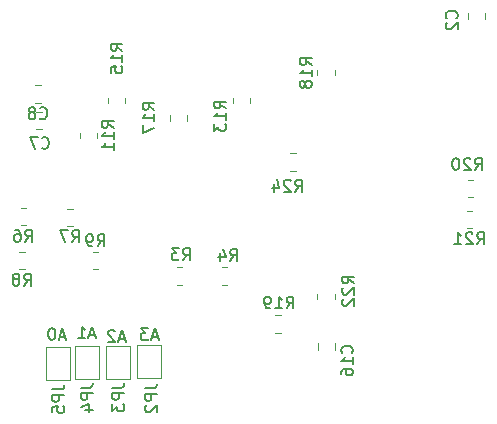
<source format=gbr>
%TF.GenerationSoftware,KiCad,Pcbnew,6.0.11-2627ca5db0~126~ubuntu22.04.1*%
%TF.CreationDate,2023-02-17T16:01:43-05:00*%
%TF.ProjectId,lin-valve-control,6c696e2d-7661-46c7-9665-2d636f6e7472,1.0*%
%TF.SameCoordinates,Original*%
%TF.FileFunction,Legend,Bot*%
%TF.FilePolarity,Positive*%
%FSLAX46Y46*%
G04 Gerber Fmt 4.6, Leading zero omitted, Abs format (unit mm)*
G04 Created by KiCad (PCBNEW 6.0.11-2627ca5db0~126~ubuntu22.04.1) date 2023-02-17 16:01:43*
%MOMM*%
%LPD*%
G01*
G04 APERTURE LIST*
%ADD10C,0.150000*%
%ADD11C,0.120000*%
G04 APERTURE END LIST*
D10*
%TO.C,JP5*%
X185877380Y-99341666D02*
X186591666Y-99341666D01*
X186734523Y-99294047D01*
X186829761Y-99198809D01*
X186877380Y-99055952D01*
X186877380Y-98960714D01*
X186877380Y-99817857D02*
X185877380Y-99817857D01*
X185877380Y-100198809D01*
X185925000Y-100294047D01*
X185972619Y-100341666D01*
X186067857Y-100389285D01*
X186210714Y-100389285D01*
X186305952Y-100341666D01*
X186353571Y-100294047D01*
X186401190Y-100198809D01*
X186401190Y-99817857D01*
X185877380Y-101294047D02*
X185877380Y-100817857D01*
X186353571Y-100770238D01*
X186305952Y-100817857D01*
X186258333Y-100913095D01*
X186258333Y-101151190D01*
X186305952Y-101246428D01*
X186353571Y-101294047D01*
X186448809Y-101341666D01*
X186686904Y-101341666D01*
X186782142Y-101294047D01*
X186829761Y-101246428D01*
X186877380Y-101151190D01*
X186877380Y-100913095D01*
X186829761Y-100817857D01*
X186782142Y-100770238D01*
X186964285Y-94866666D02*
X186488095Y-94866666D01*
X187059523Y-95152380D02*
X186726190Y-94152380D01*
X186392857Y-95152380D01*
X185869047Y-94152380D02*
X185773809Y-94152380D01*
X185678571Y-94200000D01*
X185630952Y-94247619D01*
X185583333Y-94342857D01*
X185535714Y-94533333D01*
X185535714Y-94771428D01*
X185583333Y-94961904D01*
X185630952Y-95057142D01*
X185678571Y-95104761D01*
X185773809Y-95152380D01*
X185869047Y-95152380D01*
X185964285Y-95104761D01*
X186011904Y-95057142D01*
X186059523Y-94961904D01*
X186107142Y-94771428D01*
X186107142Y-94533333D01*
X186059523Y-94342857D01*
X186011904Y-94247619D01*
X185964285Y-94200000D01*
X185869047Y-94152380D01*
%TO.C,JP4*%
X188302380Y-99191666D02*
X189016666Y-99191666D01*
X189159523Y-99144047D01*
X189254761Y-99048809D01*
X189302380Y-98905952D01*
X189302380Y-98810714D01*
X189302380Y-99667857D02*
X188302380Y-99667857D01*
X188302380Y-100048809D01*
X188350000Y-100144047D01*
X188397619Y-100191666D01*
X188492857Y-100239285D01*
X188635714Y-100239285D01*
X188730952Y-100191666D01*
X188778571Y-100144047D01*
X188826190Y-100048809D01*
X188826190Y-99667857D01*
X188635714Y-101096428D02*
X189302380Y-101096428D01*
X188254761Y-100858333D02*
X188969047Y-100620238D01*
X188969047Y-101239285D01*
X189489285Y-94741666D02*
X189013095Y-94741666D01*
X189584523Y-95027380D02*
X189251190Y-94027380D01*
X188917857Y-95027380D01*
X188060714Y-95027380D02*
X188632142Y-95027380D01*
X188346428Y-95027380D02*
X188346428Y-94027380D01*
X188441666Y-94170238D01*
X188536904Y-94265476D01*
X188632142Y-94313095D01*
%TO.C,JP3*%
X190952380Y-99191666D02*
X191666666Y-99191666D01*
X191809523Y-99144047D01*
X191904761Y-99048809D01*
X191952380Y-98905952D01*
X191952380Y-98810714D01*
X191952380Y-99667857D02*
X190952380Y-99667857D01*
X190952380Y-100048809D01*
X191000000Y-100144047D01*
X191047619Y-100191666D01*
X191142857Y-100239285D01*
X191285714Y-100239285D01*
X191380952Y-100191666D01*
X191428571Y-100144047D01*
X191476190Y-100048809D01*
X191476190Y-99667857D01*
X190952380Y-100572619D02*
X190952380Y-101191666D01*
X191333333Y-100858333D01*
X191333333Y-101001190D01*
X191380952Y-101096428D01*
X191428571Y-101144047D01*
X191523809Y-101191666D01*
X191761904Y-101191666D01*
X191857142Y-101144047D01*
X191904761Y-101096428D01*
X191952380Y-101001190D01*
X191952380Y-100715476D01*
X191904761Y-100620238D01*
X191857142Y-100572619D01*
X192014285Y-95041666D02*
X191538095Y-95041666D01*
X192109523Y-95327380D02*
X191776190Y-94327380D01*
X191442857Y-95327380D01*
X191157142Y-94422619D02*
X191109523Y-94375000D01*
X191014285Y-94327380D01*
X190776190Y-94327380D01*
X190680952Y-94375000D01*
X190633333Y-94422619D01*
X190585714Y-94517857D01*
X190585714Y-94613095D01*
X190633333Y-94755952D01*
X191204761Y-95327380D01*
X190585714Y-95327380D01*
%TO.C,JP2*%
X193727380Y-99266666D02*
X194441666Y-99266666D01*
X194584523Y-99219047D01*
X194679761Y-99123809D01*
X194727380Y-98980952D01*
X194727380Y-98885714D01*
X194727380Y-99742857D02*
X193727380Y-99742857D01*
X193727380Y-100123809D01*
X193775000Y-100219047D01*
X193822619Y-100266666D01*
X193917857Y-100314285D01*
X194060714Y-100314285D01*
X194155952Y-100266666D01*
X194203571Y-100219047D01*
X194251190Y-100123809D01*
X194251190Y-99742857D01*
X193822619Y-100695238D02*
X193775000Y-100742857D01*
X193727380Y-100838095D01*
X193727380Y-101076190D01*
X193775000Y-101171428D01*
X193822619Y-101219047D01*
X193917857Y-101266666D01*
X194013095Y-101266666D01*
X194155952Y-101219047D01*
X194727380Y-100647619D01*
X194727380Y-101266666D01*
X194789285Y-94891666D02*
X194313095Y-94891666D01*
X194884523Y-95177380D02*
X194551190Y-94177380D01*
X194217857Y-95177380D01*
X193979761Y-94177380D02*
X193360714Y-94177380D01*
X193694047Y-94558333D01*
X193551190Y-94558333D01*
X193455952Y-94605952D01*
X193408333Y-94653571D01*
X193360714Y-94748809D01*
X193360714Y-94986904D01*
X193408333Y-95082142D01*
X193455952Y-95129761D01*
X193551190Y-95177380D01*
X193836904Y-95177380D01*
X193932142Y-95129761D01*
X193979761Y-95082142D01*
%TO.C,R18*%
X207827380Y-71882142D02*
X207351190Y-71548809D01*
X207827380Y-71310714D02*
X206827380Y-71310714D01*
X206827380Y-71691666D01*
X206875000Y-71786904D01*
X206922619Y-71834523D01*
X207017857Y-71882142D01*
X207160714Y-71882142D01*
X207255952Y-71834523D01*
X207303571Y-71786904D01*
X207351190Y-71691666D01*
X207351190Y-71310714D01*
X207827380Y-72834523D02*
X207827380Y-72263095D01*
X207827380Y-72548809D02*
X206827380Y-72548809D01*
X206970238Y-72453571D01*
X207065476Y-72358333D01*
X207113095Y-72263095D01*
X207255952Y-73405952D02*
X207208333Y-73310714D01*
X207160714Y-73263095D01*
X207065476Y-73215476D01*
X207017857Y-73215476D01*
X206922619Y-73263095D01*
X206875000Y-73310714D01*
X206827380Y-73405952D01*
X206827380Y-73596428D01*
X206875000Y-73691666D01*
X206922619Y-73739285D01*
X207017857Y-73786904D01*
X207065476Y-73786904D01*
X207160714Y-73739285D01*
X207208333Y-73691666D01*
X207255952Y-73596428D01*
X207255952Y-73405952D01*
X207303571Y-73310714D01*
X207351190Y-73263095D01*
X207446428Y-73215476D01*
X207636904Y-73215476D01*
X207732142Y-73263095D01*
X207779761Y-73310714D01*
X207827380Y-73405952D01*
X207827380Y-73596428D01*
X207779761Y-73691666D01*
X207732142Y-73739285D01*
X207636904Y-73786904D01*
X207446428Y-73786904D01*
X207351190Y-73739285D01*
X207303571Y-73691666D01*
X207255952Y-73596428D01*
%TO.C,R3*%
X196916666Y-88402380D02*
X197250000Y-87926190D01*
X197488095Y-88402380D02*
X197488095Y-87402380D01*
X197107142Y-87402380D01*
X197011904Y-87450000D01*
X196964285Y-87497619D01*
X196916666Y-87592857D01*
X196916666Y-87735714D01*
X196964285Y-87830952D01*
X197011904Y-87878571D01*
X197107142Y-87926190D01*
X197488095Y-87926190D01*
X196583333Y-87402380D02*
X195964285Y-87402380D01*
X196297619Y-87783333D01*
X196154761Y-87783333D01*
X196059523Y-87830952D01*
X196011904Y-87878571D01*
X195964285Y-87973809D01*
X195964285Y-88211904D01*
X196011904Y-88307142D01*
X196059523Y-88354761D01*
X196154761Y-88402380D01*
X196440476Y-88402380D01*
X196535714Y-88354761D01*
X196583333Y-88307142D01*
%TO.C,R17*%
X194502380Y-75657142D02*
X194026190Y-75323809D01*
X194502380Y-75085714D02*
X193502380Y-75085714D01*
X193502380Y-75466666D01*
X193550000Y-75561904D01*
X193597619Y-75609523D01*
X193692857Y-75657142D01*
X193835714Y-75657142D01*
X193930952Y-75609523D01*
X193978571Y-75561904D01*
X194026190Y-75466666D01*
X194026190Y-75085714D01*
X194502380Y-76609523D02*
X194502380Y-76038095D01*
X194502380Y-76323809D02*
X193502380Y-76323809D01*
X193645238Y-76228571D01*
X193740476Y-76133333D01*
X193788095Y-76038095D01*
X193502380Y-76942857D02*
X193502380Y-77609523D01*
X194502380Y-77180952D01*
%TO.C,R6*%
X183566666Y-86827380D02*
X183900000Y-86351190D01*
X184138095Y-86827380D02*
X184138095Y-85827380D01*
X183757142Y-85827380D01*
X183661904Y-85875000D01*
X183614285Y-85922619D01*
X183566666Y-86017857D01*
X183566666Y-86160714D01*
X183614285Y-86255952D01*
X183661904Y-86303571D01*
X183757142Y-86351190D01*
X184138095Y-86351190D01*
X182709523Y-85827380D02*
X182900000Y-85827380D01*
X182995238Y-85875000D01*
X183042857Y-85922619D01*
X183138095Y-86065476D01*
X183185714Y-86255952D01*
X183185714Y-86636904D01*
X183138095Y-86732142D01*
X183090476Y-86779761D01*
X182995238Y-86827380D01*
X182804761Y-86827380D01*
X182709523Y-86779761D01*
X182661904Y-86732142D01*
X182614285Y-86636904D01*
X182614285Y-86398809D01*
X182661904Y-86303571D01*
X182709523Y-86255952D01*
X182804761Y-86208333D01*
X182995238Y-86208333D01*
X183090476Y-86255952D01*
X183138095Y-86303571D01*
X183185714Y-86398809D01*
%TO.C,R4*%
X200916666Y-88477380D02*
X201250000Y-88001190D01*
X201488095Y-88477380D02*
X201488095Y-87477380D01*
X201107142Y-87477380D01*
X201011904Y-87525000D01*
X200964285Y-87572619D01*
X200916666Y-87667857D01*
X200916666Y-87810714D01*
X200964285Y-87905952D01*
X201011904Y-87953571D01*
X201107142Y-88001190D01*
X201488095Y-88001190D01*
X200059523Y-87810714D02*
X200059523Y-88477380D01*
X200297619Y-87429761D02*
X200535714Y-88144047D01*
X199916666Y-88144047D01*
%TO.C,C2*%
X220082142Y-67908333D02*
X220129761Y-67860714D01*
X220177380Y-67717857D01*
X220177380Y-67622619D01*
X220129761Y-67479761D01*
X220034523Y-67384523D01*
X219939285Y-67336904D01*
X219748809Y-67289285D01*
X219605952Y-67289285D01*
X219415476Y-67336904D01*
X219320238Y-67384523D01*
X219225000Y-67479761D01*
X219177380Y-67622619D01*
X219177380Y-67717857D01*
X219225000Y-67860714D01*
X219272619Y-67908333D01*
X219272619Y-68289285D02*
X219225000Y-68336904D01*
X219177380Y-68432142D01*
X219177380Y-68670238D01*
X219225000Y-68765476D01*
X219272619Y-68813095D01*
X219367857Y-68860714D01*
X219463095Y-68860714D01*
X219605952Y-68813095D01*
X220177380Y-68241666D01*
X220177380Y-68860714D01*
%TO.C,R13*%
X200552380Y-75557142D02*
X200076190Y-75223809D01*
X200552380Y-74985714D02*
X199552380Y-74985714D01*
X199552380Y-75366666D01*
X199600000Y-75461904D01*
X199647619Y-75509523D01*
X199742857Y-75557142D01*
X199885714Y-75557142D01*
X199980952Y-75509523D01*
X200028571Y-75461904D01*
X200076190Y-75366666D01*
X200076190Y-74985714D01*
X200552380Y-76509523D02*
X200552380Y-75938095D01*
X200552380Y-76223809D02*
X199552380Y-76223809D01*
X199695238Y-76128571D01*
X199790476Y-76033333D01*
X199838095Y-75938095D01*
X199552380Y-76842857D02*
X199552380Y-77461904D01*
X199933333Y-77128571D01*
X199933333Y-77271428D01*
X199980952Y-77366666D01*
X200028571Y-77414285D01*
X200123809Y-77461904D01*
X200361904Y-77461904D01*
X200457142Y-77414285D01*
X200504761Y-77366666D01*
X200552380Y-77271428D01*
X200552380Y-76985714D01*
X200504761Y-76890476D01*
X200457142Y-76842857D01*
%TO.C,R7*%
X187541666Y-86877380D02*
X187875000Y-86401190D01*
X188113095Y-86877380D02*
X188113095Y-85877380D01*
X187732142Y-85877380D01*
X187636904Y-85925000D01*
X187589285Y-85972619D01*
X187541666Y-86067857D01*
X187541666Y-86210714D01*
X187589285Y-86305952D01*
X187636904Y-86353571D01*
X187732142Y-86401190D01*
X188113095Y-86401190D01*
X187208333Y-85877380D02*
X186541666Y-85877380D01*
X186970238Y-86877380D01*
%TO.C,R8*%
X183466666Y-90552380D02*
X183800000Y-90076190D01*
X184038095Y-90552380D02*
X184038095Y-89552380D01*
X183657142Y-89552380D01*
X183561904Y-89600000D01*
X183514285Y-89647619D01*
X183466666Y-89742857D01*
X183466666Y-89885714D01*
X183514285Y-89980952D01*
X183561904Y-90028571D01*
X183657142Y-90076190D01*
X184038095Y-90076190D01*
X182895238Y-89980952D02*
X182990476Y-89933333D01*
X183038095Y-89885714D01*
X183085714Y-89790476D01*
X183085714Y-89742857D01*
X183038095Y-89647619D01*
X182990476Y-89600000D01*
X182895238Y-89552380D01*
X182704761Y-89552380D01*
X182609523Y-89600000D01*
X182561904Y-89647619D01*
X182514285Y-89742857D01*
X182514285Y-89790476D01*
X182561904Y-89885714D01*
X182609523Y-89933333D01*
X182704761Y-89980952D01*
X182895238Y-89980952D01*
X182990476Y-90028571D01*
X183038095Y-90076190D01*
X183085714Y-90171428D01*
X183085714Y-90361904D01*
X183038095Y-90457142D01*
X182990476Y-90504761D01*
X182895238Y-90552380D01*
X182704761Y-90552380D01*
X182609523Y-90504761D01*
X182561904Y-90457142D01*
X182514285Y-90361904D01*
X182514285Y-90171428D01*
X182561904Y-90076190D01*
X182609523Y-90028571D01*
X182704761Y-89980952D01*
%TO.C,R11*%
X191052380Y-77182142D02*
X190576190Y-76848809D01*
X191052380Y-76610714D02*
X190052380Y-76610714D01*
X190052380Y-76991666D01*
X190100000Y-77086904D01*
X190147619Y-77134523D01*
X190242857Y-77182142D01*
X190385714Y-77182142D01*
X190480952Y-77134523D01*
X190528571Y-77086904D01*
X190576190Y-76991666D01*
X190576190Y-76610714D01*
X191052380Y-78134523D02*
X191052380Y-77563095D01*
X191052380Y-77848809D02*
X190052380Y-77848809D01*
X190195238Y-77753571D01*
X190290476Y-77658333D01*
X190338095Y-77563095D01*
X191052380Y-79086904D02*
X191052380Y-78515476D01*
X191052380Y-78801190D02*
X190052380Y-78801190D01*
X190195238Y-78705952D01*
X190290476Y-78610714D01*
X190338095Y-78515476D01*
%TO.C,R24*%
X206417857Y-82602380D02*
X206751190Y-82126190D01*
X206989285Y-82602380D02*
X206989285Y-81602380D01*
X206608333Y-81602380D01*
X206513095Y-81650000D01*
X206465476Y-81697619D01*
X206417857Y-81792857D01*
X206417857Y-81935714D01*
X206465476Y-82030952D01*
X206513095Y-82078571D01*
X206608333Y-82126190D01*
X206989285Y-82126190D01*
X206036904Y-81697619D02*
X205989285Y-81650000D01*
X205894047Y-81602380D01*
X205655952Y-81602380D01*
X205560714Y-81650000D01*
X205513095Y-81697619D01*
X205465476Y-81792857D01*
X205465476Y-81888095D01*
X205513095Y-82030952D01*
X206084523Y-82602380D01*
X205465476Y-82602380D01*
X204608333Y-81935714D02*
X204608333Y-82602380D01*
X204846428Y-81554761D02*
X205084523Y-82269047D01*
X204465476Y-82269047D01*
%TO.C,R22*%
X211402380Y-90357142D02*
X210926190Y-90023809D01*
X211402380Y-89785714D02*
X210402380Y-89785714D01*
X210402380Y-90166666D01*
X210450000Y-90261904D01*
X210497619Y-90309523D01*
X210592857Y-90357142D01*
X210735714Y-90357142D01*
X210830952Y-90309523D01*
X210878571Y-90261904D01*
X210926190Y-90166666D01*
X210926190Y-89785714D01*
X210497619Y-90738095D02*
X210450000Y-90785714D01*
X210402380Y-90880952D01*
X210402380Y-91119047D01*
X210450000Y-91214285D01*
X210497619Y-91261904D01*
X210592857Y-91309523D01*
X210688095Y-91309523D01*
X210830952Y-91261904D01*
X211402380Y-90690476D01*
X211402380Y-91309523D01*
X210497619Y-91690476D02*
X210450000Y-91738095D01*
X210402380Y-91833333D01*
X210402380Y-92071428D01*
X210450000Y-92166666D01*
X210497619Y-92214285D01*
X210592857Y-92261904D01*
X210688095Y-92261904D01*
X210830952Y-92214285D01*
X211402380Y-91642857D01*
X211402380Y-92261904D01*
%TO.C,R21*%
X221817857Y-87052380D02*
X222151190Y-86576190D01*
X222389285Y-87052380D02*
X222389285Y-86052380D01*
X222008333Y-86052380D01*
X221913095Y-86100000D01*
X221865476Y-86147619D01*
X221817857Y-86242857D01*
X221817857Y-86385714D01*
X221865476Y-86480952D01*
X221913095Y-86528571D01*
X222008333Y-86576190D01*
X222389285Y-86576190D01*
X221436904Y-86147619D02*
X221389285Y-86100000D01*
X221294047Y-86052380D01*
X221055952Y-86052380D01*
X220960714Y-86100000D01*
X220913095Y-86147619D01*
X220865476Y-86242857D01*
X220865476Y-86338095D01*
X220913095Y-86480952D01*
X221484523Y-87052380D01*
X220865476Y-87052380D01*
X219913095Y-87052380D02*
X220484523Y-87052380D01*
X220198809Y-87052380D02*
X220198809Y-86052380D01*
X220294047Y-86195238D01*
X220389285Y-86290476D01*
X220484523Y-86338095D01*
%TO.C,R15*%
X191802380Y-70657142D02*
X191326190Y-70323809D01*
X191802380Y-70085714D02*
X190802380Y-70085714D01*
X190802380Y-70466666D01*
X190850000Y-70561904D01*
X190897619Y-70609523D01*
X190992857Y-70657142D01*
X191135714Y-70657142D01*
X191230952Y-70609523D01*
X191278571Y-70561904D01*
X191326190Y-70466666D01*
X191326190Y-70085714D01*
X191802380Y-71609523D02*
X191802380Y-71038095D01*
X191802380Y-71323809D02*
X190802380Y-71323809D01*
X190945238Y-71228571D01*
X191040476Y-71133333D01*
X191088095Y-71038095D01*
X190802380Y-72514285D02*
X190802380Y-72038095D01*
X191278571Y-71990476D01*
X191230952Y-72038095D01*
X191183333Y-72133333D01*
X191183333Y-72371428D01*
X191230952Y-72466666D01*
X191278571Y-72514285D01*
X191373809Y-72561904D01*
X191611904Y-72561904D01*
X191707142Y-72514285D01*
X191754761Y-72466666D01*
X191802380Y-72371428D01*
X191802380Y-72133333D01*
X191754761Y-72038095D01*
X191707142Y-71990476D01*
%TO.C,R19*%
X205692857Y-92477380D02*
X206026190Y-92001190D01*
X206264285Y-92477380D02*
X206264285Y-91477380D01*
X205883333Y-91477380D01*
X205788095Y-91525000D01*
X205740476Y-91572619D01*
X205692857Y-91667857D01*
X205692857Y-91810714D01*
X205740476Y-91905952D01*
X205788095Y-91953571D01*
X205883333Y-92001190D01*
X206264285Y-92001190D01*
X204740476Y-92477380D02*
X205311904Y-92477380D01*
X205026190Y-92477380D02*
X205026190Y-91477380D01*
X205121428Y-91620238D01*
X205216666Y-91715476D01*
X205311904Y-91763095D01*
X204264285Y-92477380D02*
X204073809Y-92477380D01*
X203978571Y-92429761D01*
X203930952Y-92382142D01*
X203835714Y-92239285D01*
X203788095Y-92048809D01*
X203788095Y-91667857D01*
X203835714Y-91572619D01*
X203883333Y-91525000D01*
X203978571Y-91477380D01*
X204169047Y-91477380D01*
X204264285Y-91525000D01*
X204311904Y-91572619D01*
X204359523Y-91667857D01*
X204359523Y-91905952D01*
X204311904Y-92001190D01*
X204264285Y-92048809D01*
X204169047Y-92096428D01*
X203978571Y-92096428D01*
X203883333Y-92048809D01*
X203835714Y-92001190D01*
X203788095Y-91905952D01*
%TO.C,R9*%
X189691666Y-87227380D02*
X190025000Y-86751190D01*
X190263095Y-87227380D02*
X190263095Y-86227380D01*
X189882142Y-86227380D01*
X189786904Y-86275000D01*
X189739285Y-86322619D01*
X189691666Y-86417857D01*
X189691666Y-86560714D01*
X189739285Y-86655952D01*
X189786904Y-86703571D01*
X189882142Y-86751190D01*
X190263095Y-86751190D01*
X189215476Y-87227380D02*
X189025000Y-87227380D01*
X188929761Y-87179761D01*
X188882142Y-87132142D01*
X188786904Y-86989285D01*
X188739285Y-86798809D01*
X188739285Y-86417857D01*
X188786904Y-86322619D01*
X188834523Y-86275000D01*
X188929761Y-86227380D01*
X189120238Y-86227380D01*
X189215476Y-86275000D01*
X189263095Y-86322619D01*
X189310714Y-86417857D01*
X189310714Y-86655952D01*
X189263095Y-86751190D01*
X189215476Y-86798809D01*
X189120238Y-86846428D01*
X188929761Y-86846428D01*
X188834523Y-86798809D01*
X188786904Y-86751190D01*
X188739285Y-86655952D01*
%TO.C,C7*%
X184966666Y-78882142D02*
X185014285Y-78929761D01*
X185157142Y-78977380D01*
X185252380Y-78977380D01*
X185395238Y-78929761D01*
X185490476Y-78834523D01*
X185538095Y-78739285D01*
X185585714Y-78548809D01*
X185585714Y-78405952D01*
X185538095Y-78215476D01*
X185490476Y-78120238D01*
X185395238Y-78025000D01*
X185252380Y-77977380D01*
X185157142Y-77977380D01*
X185014285Y-78025000D01*
X184966666Y-78072619D01*
X184633333Y-77977380D02*
X183966666Y-77977380D01*
X184395238Y-78977380D01*
%TO.C,C8*%
X184804166Y-76362142D02*
X184851785Y-76409761D01*
X184994642Y-76457380D01*
X185089880Y-76457380D01*
X185232738Y-76409761D01*
X185327976Y-76314523D01*
X185375595Y-76219285D01*
X185423214Y-76028809D01*
X185423214Y-75885952D01*
X185375595Y-75695476D01*
X185327976Y-75600238D01*
X185232738Y-75505000D01*
X185089880Y-75457380D01*
X184994642Y-75457380D01*
X184851785Y-75505000D01*
X184804166Y-75552619D01*
X184232738Y-75885952D02*
X184327976Y-75838333D01*
X184375595Y-75790714D01*
X184423214Y-75695476D01*
X184423214Y-75647857D01*
X184375595Y-75552619D01*
X184327976Y-75505000D01*
X184232738Y-75457380D01*
X184042261Y-75457380D01*
X183947023Y-75505000D01*
X183899404Y-75552619D01*
X183851785Y-75647857D01*
X183851785Y-75695476D01*
X183899404Y-75790714D01*
X183947023Y-75838333D01*
X184042261Y-75885952D01*
X184232738Y-75885952D01*
X184327976Y-75933571D01*
X184375595Y-75981190D01*
X184423214Y-76076428D01*
X184423214Y-76266904D01*
X184375595Y-76362142D01*
X184327976Y-76409761D01*
X184232738Y-76457380D01*
X184042261Y-76457380D01*
X183947023Y-76409761D01*
X183899404Y-76362142D01*
X183851785Y-76266904D01*
X183851785Y-76076428D01*
X183899404Y-75981190D01*
X183947023Y-75933571D01*
X184042261Y-75885952D01*
%TO.C,C16*%
X211232142Y-96257142D02*
X211279761Y-96209523D01*
X211327380Y-96066666D01*
X211327380Y-95971428D01*
X211279761Y-95828571D01*
X211184523Y-95733333D01*
X211089285Y-95685714D01*
X210898809Y-95638095D01*
X210755952Y-95638095D01*
X210565476Y-95685714D01*
X210470238Y-95733333D01*
X210375000Y-95828571D01*
X210327380Y-95971428D01*
X210327380Y-96066666D01*
X210375000Y-96209523D01*
X210422619Y-96257142D01*
X211327380Y-97209523D02*
X211327380Y-96638095D01*
X211327380Y-96923809D02*
X210327380Y-96923809D01*
X210470238Y-96828571D01*
X210565476Y-96733333D01*
X210613095Y-96638095D01*
X210327380Y-98066666D02*
X210327380Y-97876190D01*
X210375000Y-97780952D01*
X210422619Y-97733333D01*
X210565476Y-97638095D01*
X210755952Y-97590476D01*
X211136904Y-97590476D01*
X211232142Y-97638095D01*
X211279761Y-97685714D01*
X211327380Y-97780952D01*
X211327380Y-97971428D01*
X211279761Y-98066666D01*
X211232142Y-98114285D01*
X211136904Y-98161904D01*
X210898809Y-98161904D01*
X210803571Y-98114285D01*
X210755952Y-98066666D01*
X210708333Y-97971428D01*
X210708333Y-97780952D01*
X210755952Y-97685714D01*
X210803571Y-97638095D01*
X210898809Y-97590476D01*
%TO.C,R20*%
X221642857Y-80752380D02*
X221976190Y-80276190D01*
X222214285Y-80752380D02*
X222214285Y-79752380D01*
X221833333Y-79752380D01*
X221738095Y-79800000D01*
X221690476Y-79847619D01*
X221642857Y-79942857D01*
X221642857Y-80085714D01*
X221690476Y-80180952D01*
X221738095Y-80228571D01*
X221833333Y-80276190D01*
X222214285Y-80276190D01*
X221261904Y-79847619D02*
X221214285Y-79800000D01*
X221119047Y-79752380D01*
X220880952Y-79752380D01*
X220785714Y-79800000D01*
X220738095Y-79847619D01*
X220690476Y-79942857D01*
X220690476Y-80038095D01*
X220738095Y-80180952D01*
X221309523Y-80752380D01*
X220690476Y-80752380D01*
X220071428Y-79752380D02*
X219976190Y-79752380D01*
X219880952Y-79800000D01*
X219833333Y-79847619D01*
X219785714Y-79942857D01*
X219738095Y-80133333D01*
X219738095Y-80371428D01*
X219785714Y-80561904D01*
X219833333Y-80657142D01*
X219880952Y-80704761D01*
X219976190Y-80752380D01*
X220071428Y-80752380D01*
X220166666Y-80704761D01*
X220214285Y-80657142D01*
X220261904Y-80561904D01*
X220309523Y-80371428D01*
X220309523Y-80133333D01*
X220261904Y-79942857D01*
X220214285Y-79847619D01*
X220166666Y-79800000D01*
X220071428Y-79752380D01*
D11*
%TO.C,JP5*%
X185350000Y-98550000D02*
X187350000Y-98550000D01*
X185350000Y-95750000D02*
X185350000Y-98550000D01*
X187350000Y-95750000D02*
X185350000Y-95750000D01*
X187350000Y-98550000D02*
X187350000Y-95750000D01*
%TO.C,JP4*%
X187825000Y-98500000D02*
X189825000Y-98500000D01*
X187825000Y-95700000D02*
X187825000Y-98500000D01*
X189825000Y-95700000D02*
X187825000Y-95700000D01*
X189825000Y-98500000D02*
X189825000Y-95700000D01*
%TO.C,JP3*%
X192425000Y-98450000D02*
X192425000Y-95650000D01*
X192425000Y-95650000D02*
X190425000Y-95650000D01*
X190425000Y-95650000D02*
X190425000Y-98450000D01*
X190425000Y-98450000D02*
X192425000Y-98450000D01*
%TO.C,JP2*%
X193075000Y-98400000D02*
X195075000Y-98400000D01*
X193075000Y-95600000D02*
X193075000Y-98400000D01*
X195075000Y-95600000D02*
X193075000Y-95600000D01*
X195075000Y-98400000D02*
X195075000Y-95600000D01*
%TO.C,R18*%
X208290000Y-72297936D02*
X208290000Y-72752064D01*
X209760000Y-72297936D02*
X209760000Y-72752064D01*
%TO.C,R3*%
X196422936Y-89015000D02*
X196877064Y-89015000D01*
X196422936Y-90485000D02*
X196877064Y-90485000D01*
%TO.C,R17*%
X195815000Y-76122936D02*
X195815000Y-76577064D01*
X197285000Y-76122936D02*
X197285000Y-76577064D01*
%TO.C,R6*%
X183172936Y-83990000D02*
X183627064Y-83990000D01*
X183172936Y-85460000D02*
X183627064Y-85460000D01*
%TO.C,R4*%
X200652064Y-89015000D02*
X200197936Y-89015000D01*
X200652064Y-90485000D02*
X200197936Y-90485000D01*
%TO.C,C2*%
X222510000Y-67973752D02*
X222510000Y-67451248D01*
X221040000Y-67973752D02*
X221040000Y-67451248D01*
%TO.C,R13*%
X202635000Y-74672936D02*
X202635000Y-75127064D01*
X201165000Y-74672936D02*
X201165000Y-75127064D01*
%TO.C,R7*%
X187147936Y-85510000D02*
X187602064Y-85510000D01*
X187147936Y-84040000D02*
X187602064Y-84040000D01*
%TO.C,R8*%
X183072936Y-87715000D02*
X183527064Y-87715000D01*
X183072936Y-89185000D02*
X183527064Y-89185000D01*
%TO.C,R11*%
X189685000Y-78052064D02*
X189685000Y-77597936D01*
X188215000Y-78052064D02*
X188215000Y-77597936D01*
%TO.C,R24*%
X206022936Y-80835000D02*
X206477064Y-80835000D01*
X206022936Y-79365000D02*
X206477064Y-79365000D01*
%TO.C,R22*%
X208315000Y-91247936D02*
X208315000Y-91702064D01*
X209785000Y-91247936D02*
X209785000Y-91702064D01*
%TO.C,R21*%
X220947936Y-85685000D02*
X221402064Y-85685000D01*
X220947936Y-84215000D02*
X221402064Y-84215000D01*
%TO.C,R15*%
X192035000Y-74672936D02*
X192035000Y-75127064D01*
X190565000Y-74672936D02*
X190565000Y-75127064D01*
%TO.C,R19*%
X204747936Y-93065000D02*
X205202064Y-93065000D01*
X204747936Y-94535000D02*
X205202064Y-94535000D01*
%TO.C,R9*%
X189752064Y-89160000D02*
X189297936Y-89160000D01*
X189752064Y-87690000D02*
X189297936Y-87690000D01*
%TO.C,C7*%
X184973752Y-75840000D02*
X184451248Y-75840000D01*
X184973752Y-77310000D02*
X184451248Y-77310000D01*
%TO.C,C8*%
X184376248Y-75060000D02*
X184898752Y-75060000D01*
X184376248Y-73590000D02*
X184898752Y-73590000D01*
%TO.C,C16*%
X208340000Y-95451248D02*
X208340000Y-95973752D01*
X209810000Y-95451248D02*
X209810000Y-95973752D01*
%TO.C,R20*%
X221022936Y-81590000D02*
X221477064Y-81590000D01*
X221022936Y-83060000D02*
X221477064Y-83060000D01*
%TD*%
M02*

</source>
